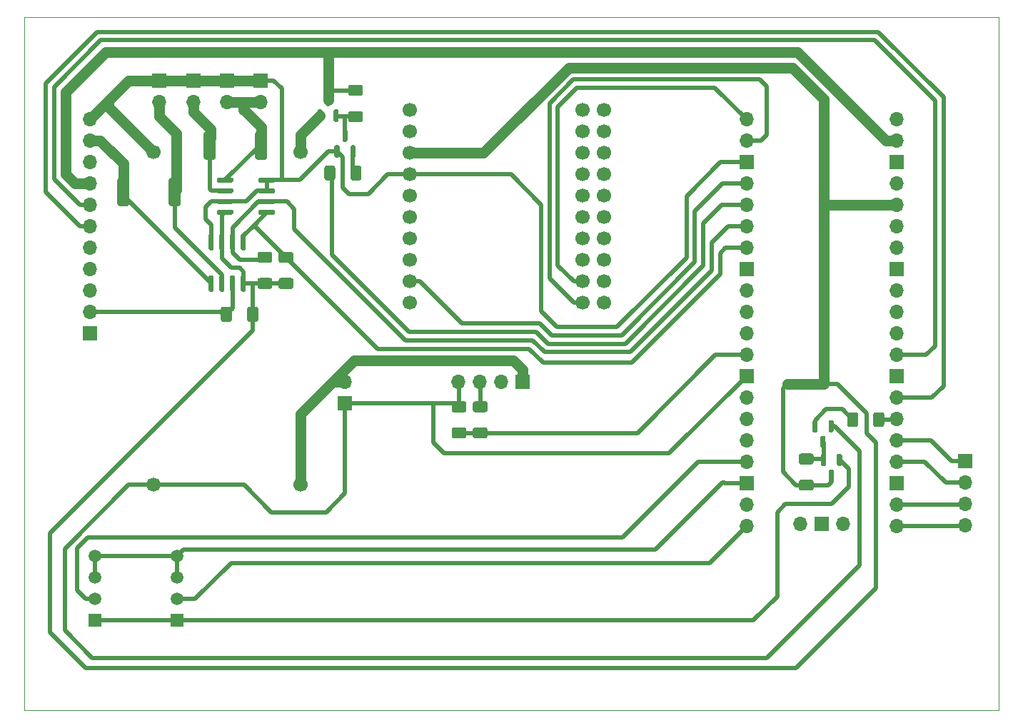
<source format=gbr>
%TF.GenerationSoftware,KiCad,Pcbnew,8.0.6*%
%TF.CreationDate,2024-11-01T15:23:12+01:00*%
%TF.ProjectId,Pollen PCB,506f6c6c-656e-4205-9043-422e6b696361,rev?*%
%TF.SameCoordinates,Original*%
%TF.FileFunction,Copper,L2,Bot*%
%TF.FilePolarity,Positive*%
%FSLAX46Y46*%
G04 Gerber Fmt 4.6, Leading zero omitted, Abs format (unit mm)*
G04 Created by KiCad (PCBNEW 8.0.6) date 2024-11-01 15:23:12*
%MOMM*%
%LPD*%
G01*
G04 APERTURE LIST*
%TA.AperFunction,ComponentPad*%
%ADD10R,1.500000X1.500000*%
%TD*%
%TA.AperFunction,ComponentPad*%
%ADD11C,1.500000*%
%TD*%
%TA.AperFunction,ComponentPad*%
%ADD12R,1.700000X1.700000*%
%TD*%
%TA.AperFunction,ComponentPad*%
%ADD13O,1.700000X1.700000*%
%TD*%
%TA.AperFunction,ComponentPad*%
%ADD14C,1.700000*%
%TD*%
%TA.AperFunction,Conductor*%
%ADD15C,0.500000*%
%TD*%
%TA.AperFunction,Conductor*%
%ADD16C,1.270000*%
%TD*%
%TA.AperFunction,Profile*%
%ADD17C,0.050000*%
%TD*%
G04 APERTURE END LIST*
D10*
%TO.P,U4,1,VDD*%
%TO.N,+3V3_SENSOR*%
X119350000Y-126060000D03*
D11*
%TO.P,U4,2,SDA*%
%TO.N,/DHT_1*%
X119350000Y-123520000D03*
%TO.P,U4,3,GND*%
%TO.N,GND*%
X119350000Y-120980000D03*
%TO.P,U4,4,GND*%
X119350000Y-118440000D03*
%TD*%
D12*
%TO.P,J3,1,V+*%
%TO.N,GND*%
X139000000Y-62000000D03*
D13*
%TO.P,J3,2,GND*%
%TO.N,/SOLAR_V+*%
X139000000Y-64540000D03*
%TD*%
D12*
%TO.P,J2,1,VBUS*%
%TO.N,unconnected-(J2-VBUS-Pad1)*%
X118750000Y-92000000D03*
D13*
%TO.P,J2,2,GND*%
%TO.N,GND*%
X118750000Y-89460000D03*
%TO.P,J2,3,THERM*%
%TO.N,unconnected-(J2-THERM-Pad3)*%
X118750000Y-86920000D03*
%TO.P,J2,4,ISET*%
%TO.N,unconnected-(J2-ISET-Pad4)*%
X118750000Y-84380000D03*
%TO.P,J2,5,CE*%
%TO.N,unconnected-(J2-CE-Pad5)*%
X118750000Y-81840000D03*
%TO.P,J2,6,PGOOD*%
%TO.N,/CHARGER_PGOOD*%
X118750000Y-79300000D03*
%TO.P,J2,7,CHG*%
%TO.N,/CHARGER_CHG*%
X118750000Y-76760000D03*
%TO.P,J2,8,OUT*%
%TO.N,+BATT*%
X118750000Y-74220000D03*
%TO.P,J2,9,GND*%
%TO.N,GND*%
X118750000Y-71680000D03*
%TO.P,J2,10,LIPO*%
%TO.N,/CHARGER_LIPO*%
X118750000Y-69140000D03*
%TO.P,J2,11,GND*%
%TO.N,GND*%
X118750000Y-66600000D03*
%TD*%
%TO.P,U2,1,GPIO0*%
%TO.N,/NB-IOT_RX*%
X196610000Y-66620000D03*
%TO.P,U2,2,GPIO1*%
%TO.N,/NB-IOT_TX*%
X196610000Y-69160000D03*
D12*
%TO.P,U2,3,GND*%
%TO.N,GND*%
X196610000Y-71700000D03*
D13*
%TO.P,U2,4,GPIO2*%
%TO.N,/NB-IOT_RST*%
X196610000Y-74240000D03*
%TO.P,U2,5,GPIO3*%
%TO.N,/5V_CONTROL*%
X196610000Y-76780000D03*
%TO.P,U2,6,GPIO4*%
%TO.N,/SDA*%
X196610000Y-79320000D03*
%TO.P,U2,7,GPIO5*%
%TO.N,/SCL*%
X196610000Y-81860000D03*
D12*
%TO.P,U2,8,GND*%
%TO.N,GND*%
X196610000Y-84400000D03*
D13*
%TO.P,U2,9,GPIO6*%
%TO.N,unconnected-(U2-GPIO6-Pad9)*%
X196610000Y-86940000D03*
%TO.P,U2,10,GPIO7*%
%TO.N,unconnected-(U2-GPIO7-Pad10)*%
X196610000Y-89480000D03*
%TO.P,U2,11,GPIO8*%
%TO.N,unconnected-(U2-GPIO8-Pad11)*%
X196610000Y-92020000D03*
%TO.P,U2,12,GPIO9*%
%TO.N,/GPS_TX*%
X196610000Y-94560000D03*
D12*
%TO.P,U2,13,GND*%
%TO.N,GND*%
X196610000Y-97100000D03*
D13*
%TO.P,U2,14,GPIO10*%
%TO.N,unconnected-(U2-GPIO10-Pad14)*%
X196610000Y-99640000D03*
%TO.P,U2,15,GPIO11*%
%TO.N,unconnected-(U2-GPIO11-Pad15)*%
X196610000Y-102180000D03*
%TO.P,U2,16,GPIO12*%
%TO.N,unconnected-(U2-GPIO12-Pad16)*%
X196610000Y-104720000D03*
%TO.P,U2,17,GPIO13*%
%TO.N,/DHT_1*%
X196610000Y-107260000D03*
D12*
%TO.P,U2,18,GND*%
%TO.N,GND*%
X196610000Y-109800000D03*
D13*
%TO.P,U2,19,GPIO14*%
%TO.N,unconnected-(U2-GPIO14-Pad19)*%
X196610000Y-112340000D03*
%TO.P,U2,20,GPIO15*%
%TO.N,/DHT_2*%
X196610000Y-114880000D03*
%TO.P,U2,21,GPIO16*%
%TO.N,/RPI_MISO*%
X214390000Y-114880000D03*
%TO.P,U2,22,GPIO17*%
%TO.N,/RPI_CS*%
X214390000Y-112340000D03*
D12*
%TO.P,U2,23,GND*%
%TO.N,GND*%
X214390000Y-109800000D03*
D13*
%TO.P,U2,24,GPIO18*%
%TO.N,/RPI_SCK*%
X214390000Y-107260000D03*
%TO.P,U2,25,GPIO19*%
%TO.N,/RPI_MOSI*%
X214390000Y-104720000D03*
%TO.P,U2,26,GPIO20*%
%TO.N,/3V3_SENSOR_CONTROL*%
X214390000Y-102180000D03*
%TO.P,U2,27,GPIO21*%
%TO.N,/CHARGER_PGOOD*%
X214390000Y-99640000D03*
D12*
%TO.P,U2,28,GND*%
%TO.N,GND*%
X214390000Y-97100000D03*
D13*
%TO.P,U2,29,GPIO22*%
%TO.N,/CHARGER_CHG*%
X214390000Y-94560000D03*
%TO.P,U2,30,RUN*%
%TO.N,unconnected-(U2-RUN-Pad30)*%
X214390000Y-92020000D03*
%TO.P,U2,31,GPIO26_ADC0*%
%TO.N,unconnected-(U2-GPIO26_ADC0-Pad31)*%
X214390000Y-89480000D03*
%TO.P,U2,32,GPIO27_ADC1*%
%TO.N,unconnected-(U2-GPIO27_ADC1-Pad32)*%
X214390000Y-86940000D03*
D12*
%TO.P,U2,33,AGND*%
%TO.N,unconnected-(U2-AGND-Pad33)*%
X214390000Y-84400000D03*
D13*
%TO.P,U2,34,GPIO28_ADC2*%
%TO.N,unconnected-(U2-GPIO28_ADC2-Pad34)*%
X214390000Y-81860000D03*
%TO.P,U2,35,ADC_VREF*%
%TO.N,unconnected-(U2-ADC_VREF-Pad35)*%
X214390000Y-79320000D03*
%TO.P,U2,36,3V3*%
%TO.N,+3V3*%
X214390000Y-76780000D03*
%TO.P,U2,37,3V3_EN*%
%TO.N,unconnected-(U2-3V3_EN-Pad37)*%
X214390000Y-74240000D03*
D12*
%TO.P,U2,38,GND*%
%TO.N,GND*%
X214390000Y-71700000D03*
D13*
%TO.P,U2,39,VSYS*%
%TO.N,+BATT*%
X214390000Y-69160000D03*
%TO.P,U2,40,VBUS*%
%TO.N,unconnected-(U2-VBUS-Pad40)*%
X214390000Y-66620000D03*
%TO.P,U2,41,SWCLK*%
%TO.N,unconnected-(U2-SWCLK-Pad41)*%
X202960000Y-114650000D03*
D12*
%TO.P,U2,42,GND*%
%TO.N,unconnected-(U2-GND-Pad42)*%
X205500000Y-114650000D03*
D13*
%TO.P,U2,43,SWDIO*%
%TO.N,unconnected-(U2-SWDIO-Pad43)*%
X208040000Y-114650000D03*
%TD*%
D12*
%TO.P,J7,1,V+*%
%TO.N,GND*%
X127000000Y-62000000D03*
D13*
%TO.P,J7,2,GND*%
%TO.N,/BATTERY+*%
X127000000Y-64540000D03*
%TD*%
D12*
%TO.P,J4,1,V+*%
%TO.N,GND*%
X135000000Y-62000000D03*
D13*
%TO.P,J4,2,GND*%
%TO.N,/SOLAR_V+*%
X135000000Y-64540000D03*
%TD*%
D12*
%TO.P,J8,1,GND*%
%TO.N,GND*%
X149000000Y-100290000D03*
D13*
%TO.P,J8,2,V+*%
%TO.N,+5V*%
X149000000Y-97750000D03*
%TD*%
D12*
%TO.P,J5,1,V+*%
%TO.N,GND*%
X131000000Y-62000000D03*
D13*
%TO.P,J5,2,GND*%
%TO.N,/CHARGER_V+*%
X131000000Y-64540000D03*
%TD*%
D14*
%TO.P,U1,1,Pin_1*%
%TO.N,unconnected-(U1-Pin_1-Pad1)*%
X156710000Y-65550000D03*
%TO.P,U1,2,Pin_2*%
%TO.N,unconnected-(U1-Pin_2-Pad2)*%
X156710000Y-68090000D03*
%TO.P,U1,3,VCC*%
%TO.N,+3V3*%
X156710000Y-70630000D03*
%TO.P,U1,4,GND*%
%TO.N,GND*%
X156710000Y-73170000D03*
%TO.P,U1,5,Pin_5*%
%TO.N,unconnected-(U1-Pin_5-Pad5)*%
X156710000Y-75710000D03*
%TO.P,U1,6,Pin_6*%
%TO.N,unconnected-(U1-Pin_6-Pad6)*%
X156710000Y-78250000D03*
%TO.P,U1,7,Pin_7*%
%TO.N,unconnected-(U1-Pin_7-Pad7)*%
X156710000Y-80790000D03*
%TO.P,U1,8,Pin_8*%
%TO.N,unconnected-(U1-Pin_8-Pad8)*%
X156710000Y-83330000D03*
%TO.P,U1,9,RST*%
%TO.N,/NB-IOT_RST*%
X156710000Y-85870000D03*
%TO.P,U1,10,Pin_10*%
%TO.N,unconnected-(U1-Pin_10-Pad10)*%
X156710000Y-88410000D03*
%TO.P,U1,11,Pin_11*%
%TO.N,unconnected-(U1-Pin_11-Pad11)*%
X177170000Y-65550000D03*
%TO.P,U1,12,Pin_12*%
%TO.N,unconnected-(U1-Pin_12-Pad12)*%
X177170000Y-68090000D03*
%TO.P,U1,13,Pin_13*%
%TO.N,unconnected-(U1-Pin_13-Pad13)*%
X177170000Y-70630000D03*
%TO.P,U1,14,Pin_14*%
%TO.N,unconnected-(U1-Pin_14-Pad14)*%
X177170000Y-73170000D03*
%TO.P,U1,15,Pin_15*%
%TO.N,unconnected-(U1-Pin_15-Pad15)*%
X177170000Y-75710000D03*
%TO.P,U1,16,Pin_16*%
%TO.N,unconnected-(U1-Pin_16-Pad16)*%
X177170000Y-78250000D03*
%TO.P,U1,17,Pin_17*%
%TO.N,unconnected-(U1-Pin_17-Pad17)*%
X177170000Y-80790000D03*
%TO.P,U1,18,Pin_18*%
%TO.N,unconnected-(U1-Pin_18-Pad18)*%
X177170000Y-83330000D03*
%TO.P,U1,19,RxD*%
%TO.N,/NB-IOT_RX*%
X177170000Y-85870000D03*
%TO.P,U1,20,TxD*%
%TO.N,/NB-IOT_TX*%
X177170000Y-88410000D03*
%TO.P,U1,21,Pin_21*%
%TO.N,unconnected-(U1-Pin_21-Pad21)*%
X179710000Y-65550000D03*
%TO.P,U1,22,Pin_22*%
%TO.N,unconnected-(U1-Pin_22-Pad22)*%
X179710000Y-68090000D03*
%TO.P,U1,23,Pin_23*%
%TO.N,unconnected-(U1-Pin_23-Pad23)*%
X179710000Y-70630000D03*
%TO.P,U1,24,Pin_24*%
%TO.N,unconnected-(U1-Pin_24-Pad24)*%
X179710000Y-73170000D03*
%TO.P,U1,25,Pin_25*%
%TO.N,unconnected-(U1-Pin_25-Pad25)*%
X179710000Y-75710000D03*
%TO.P,U1,26,Pin_26*%
%TO.N,unconnected-(U1-Pin_26-Pad26)*%
X179710000Y-78250000D03*
%TO.P,U1,27,Pin_27*%
%TO.N,unconnected-(U1-Pin_27-Pad27)*%
X179710000Y-80790000D03*
%TO.P,U1,28,Pin_28*%
%TO.N,unconnected-(U1-Pin_28-Pad28)*%
X179710000Y-83330000D03*
%TO.P,U1,29,Pin_29*%
%TO.N,unconnected-(U1-Pin_29-Pad29)*%
X179710000Y-85870000D03*
%TO.P,U1,30,Pin_30*%
%TO.N,unconnected-(U1-Pin_30-Pad30)*%
X179710000Y-88410000D03*
%TD*%
D12*
%TO.P,J1,1,VCC*%
%TO.N,+5V*%
X170080000Y-97750000D03*
D13*
%TO.P,J1,2,RX*%
%TO.N,unconnected-(J1-RX-Pad2)*%
X167540000Y-97750000D03*
%TO.P,J1,3,TX*%
%TO.N,Net-(J1-TX)*%
X165000000Y-97750000D03*
%TO.P,J1,4,GND*%
%TO.N,GND*%
X162460000Y-97750000D03*
%TD*%
D12*
%TO.P,J6,1,Pin_1*%
%TO.N,/RPI_MOSI*%
X222525000Y-107200000D03*
D13*
%TO.P,J6,2,Pin_2*%
%TO.N,/RPI_SCK*%
X222525000Y-109740000D03*
%TO.P,J6,3,Pin_3*%
%TO.N,/RPI_CS*%
X222525000Y-112280000D03*
%TO.P,J6,4,Pin_4*%
%TO.N,/RPI_MISO*%
X222525000Y-114820000D03*
%TD*%
D10*
%TO.P,U7,1,VDD*%
%TO.N,+3V3_SENSOR*%
X129100000Y-126060000D03*
D11*
%TO.P,U7,2,SDA*%
%TO.N,/DHT_2*%
X129100000Y-123520000D03*
%TO.P,U7,3,GND*%
%TO.N,GND*%
X129100000Y-120980000D03*
%TO.P,U7,4,GND*%
X129100000Y-118440000D03*
%TD*%
D14*
%TO.P,U3,1,VIN*%
%TO.N,Net-(Q1-S)*%
X143750000Y-70500000D03*
%TO.P,U3,2,GND*%
%TO.N,GND*%
X126250000Y-70500000D03*
%TO.P,U3,3,VOUT*%
%TO.N,+5V*%
X143750000Y-110000000D03*
%TO.P,U3,4,GND*%
%TO.N,GND*%
X126250000Y-110000000D03*
%TD*%
%TO.P,R9,1*%
%TO.N,Net-(J1-TX)*%
%TA.AperFunction,SMDPad,CuDef*%
G36*
G01*
X164405000Y-100075000D02*
X165655000Y-100075000D01*
G75*
G02*
X165905000Y-100325000I0J-250000D01*
G01*
X165905000Y-101125000D01*
G75*
G02*
X165655000Y-101375000I-250000J0D01*
G01*
X164405000Y-101375000D01*
G75*
G02*
X164155000Y-101125000I0J250000D01*
G01*
X164155000Y-100325000D01*
G75*
G02*
X164405000Y-100075000I250000J0D01*
G01*
G37*
%TD.AperFunction*%
%TO.P,R9,2*%
%TO.N,/GPS_TX*%
%TA.AperFunction,SMDPad,CuDef*%
G36*
G01*
X164405000Y-103175000D02*
X165655000Y-103175000D01*
G75*
G02*
X165905000Y-103425000I0J-250000D01*
G01*
X165905000Y-104225000D01*
G75*
G02*
X165655000Y-104475000I-250000J0D01*
G01*
X164405000Y-104475000D01*
G75*
G02*
X164155000Y-104225000I0J250000D01*
G01*
X164155000Y-103425000D01*
G75*
G02*
X164405000Y-103175000I250000J0D01*
G01*
G37*
%TD.AperFunction*%
%TD*%
%TO.P,Q4,1,G*%
%TO.N,Net-(Q3-C)*%
%TA.AperFunction,SMDPad,CuDef*%
G36*
G01*
X205600000Y-106300000D02*
X205900000Y-106300000D01*
G75*
G02*
X206050000Y-106450000I0J-150000D01*
G01*
X206050000Y-107625000D01*
G75*
G02*
X205900000Y-107775000I-150000J0D01*
G01*
X205600000Y-107775000D01*
G75*
G02*
X205450000Y-107625000I0J150000D01*
G01*
X205450000Y-106450000D01*
G75*
G02*
X205600000Y-106300000I150000J0D01*
G01*
G37*
%TD.AperFunction*%
%TO.P,Q4,2,S*%
%TO.N,+3V3_SENSOR*%
%TA.AperFunction,SMDPad,CuDef*%
G36*
G01*
X207500000Y-106300000D02*
X207800000Y-106300000D01*
G75*
G02*
X207950000Y-106450000I0J-150000D01*
G01*
X207950000Y-107625000D01*
G75*
G02*
X207800000Y-107775000I-150000J0D01*
G01*
X207500000Y-107775000D01*
G75*
G02*
X207350000Y-107625000I0J150000D01*
G01*
X207350000Y-106450000D01*
G75*
G02*
X207500000Y-106300000I150000J0D01*
G01*
G37*
%TD.AperFunction*%
%TO.P,Q4,3,D*%
%TO.N,+3V3*%
%TA.AperFunction,SMDPad,CuDef*%
G36*
G01*
X206550000Y-108175000D02*
X206850000Y-108175000D01*
G75*
G02*
X207000000Y-108325000I0J-150000D01*
G01*
X207000000Y-109500000D01*
G75*
G02*
X206850000Y-109650000I-150000J0D01*
G01*
X206550000Y-109650000D01*
G75*
G02*
X206400000Y-109500000I0J150000D01*
G01*
X206400000Y-108325000D01*
G75*
G02*
X206550000Y-108175000I150000J0D01*
G01*
G37*
%TD.AperFunction*%
%TD*%
%TO.P,Q1,1,G*%
%TO.N,Net-(Q1-G)*%
%TA.AperFunction,SMDPad,CuDef*%
G36*
G01*
X148100000Y-66925000D02*
X147800000Y-66925000D01*
G75*
G02*
X147650000Y-66775000I0J150000D01*
G01*
X147650000Y-65600000D01*
G75*
G02*
X147800000Y-65450000I150000J0D01*
G01*
X148100000Y-65450000D01*
G75*
G02*
X148250000Y-65600000I0J-150000D01*
G01*
X148250000Y-66775000D01*
G75*
G02*
X148100000Y-66925000I-150000J0D01*
G01*
G37*
%TD.AperFunction*%
%TO.P,Q1,2,S*%
%TO.N,Net-(Q1-S)*%
%TA.AperFunction,SMDPad,CuDef*%
G36*
G01*
X146200000Y-66925000D02*
X145900000Y-66925000D01*
G75*
G02*
X145750000Y-66775000I0J150000D01*
G01*
X145750000Y-65600000D01*
G75*
G02*
X145900000Y-65450000I150000J0D01*
G01*
X146200000Y-65450000D01*
G75*
G02*
X146350000Y-65600000I0J-150000D01*
G01*
X146350000Y-66775000D01*
G75*
G02*
X146200000Y-66925000I-150000J0D01*
G01*
G37*
%TD.AperFunction*%
%TO.P,Q1,3,D*%
%TO.N,+BATT*%
%TA.AperFunction,SMDPad,CuDef*%
G36*
G01*
X147150000Y-65050000D02*
X146850000Y-65050000D01*
G75*
G02*
X146700000Y-64900000I0J150000D01*
G01*
X146700000Y-63725000D01*
G75*
G02*
X146850000Y-63575000I150000J0D01*
G01*
X147150000Y-63575000D01*
G75*
G02*
X147300000Y-63725000I0J-150000D01*
G01*
X147300000Y-64900000D01*
G75*
G02*
X147150000Y-65050000I-150000J0D01*
G01*
G37*
%TD.AperFunction*%
%TD*%
%TO.P,R1,1*%
%TO.N,/SOLAR_V+*%
%TA.AperFunction,SMDPad,CuDef*%
G36*
G01*
X139750000Y-68324999D02*
X139750000Y-71175001D01*
G75*
G02*
X139500001Y-71425000I-249999J0D01*
G01*
X138599999Y-71425000D01*
G75*
G02*
X138350000Y-71175001I0J249999D01*
G01*
X138350000Y-68324999D01*
G75*
G02*
X138599999Y-68075000I249999J0D01*
G01*
X139500001Y-68075000D01*
G75*
G02*
X139750000Y-68324999I0J-249999D01*
G01*
G37*
%TD.AperFunction*%
%TO.P,R1,2*%
%TO.N,/CHARGER_V+*%
%TA.AperFunction,SMDPad,CuDef*%
G36*
G01*
X133650000Y-68324999D02*
X133650000Y-71175001D01*
G75*
G02*
X133400001Y-71425000I-249999J0D01*
G01*
X132499999Y-71425000D01*
G75*
G02*
X132250000Y-71175001I0J249999D01*
G01*
X132250000Y-68324999D01*
G75*
G02*
X132499999Y-68075000I249999J0D01*
G01*
X133400001Y-68075000D01*
G75*
G02*
X133650000Y-68324999I0J-249999D01*
G01*
G37*
%TD.AperFunction*%
%TD*%
%TO.P,C1,1*%
%TO.N,+3V3*%
%TA.AperFunction,SMDPad,CuDef*%
G36*
G01*
X138725000Y-89100000D02*
X138725000Y-90400000D01*
G75*
G02*
X138475000Y-90650000I-250000J0D01*
G01*
X137650000Y-90650000D01*
G75*
G02*
X137400000Y-90400000I0J250000D01*
G01*
X137400000Y-89100000D01*
G75*
G02*
X137650000Y-88850000I250000J0D01*
G01*
X138475000Y-88850000D01*
G75*
G02*
X138725000Y-89100000I0J-250000D01*
G01*
G37*
%TD.AperFunction*%
%TO.P,C1,2*%
%TO.N,GND*%
%TA.AperFunction,SMDPad,CuDef*%
G36*
G01*
X135600000Y-89100000D02*
X135600000Y-90400000D01*
G75*
G02*
X135350000Y-90650000I-250000J0D01*
G01*
X134525000Y-90650000D01*
G75*
G02*
X134275000Y-90400000I0J250000D01*
G01*
X134275000Y-89100000D01*
G75*
G02*
X134525000Y-88850000I250000J0D01*
G01*
X135350000Y-88850000D01*
G75*
G02*
X135600000Y-89100000I0J-250000D01*
G01*
G37*
%TD.AperFunction*%
%TD*%
%TO.P,R7,1*%
%TO.N,/3V3_SENSOR_CONTROL*%
%TA.AperFunction,SMDPad,CuDef*%
G36*
G01*
X212950000Y-101625000D02*
X212950000Y-102875000D01*
G75*
G02*
X212700000Y-103125000I-250000J0D01*
G01*
X211900000Y-103125000D01*
G75*
G02*
X211650000Y-102875000I0J250000D01*
G01*
X211650000Y-101625000D01*
G75*
G02*
X211900000Y-101375000I250000J0D01*
G01*
X212700000Y-101375000D01*
G75*
G02*
X212950000Y-101625000I0J-250000D01*
G01*
G37*
%TD.AperFunction*%
%TO.P,R7,2*%
%TO.N,Net-(Q3-B)*%
%TA.AperFunction,SMDPad,CuDef*%
G36*
G01*
X209850000Y-101625000D02*
X209850000Y-102875000D01*
G75*
G02*
X209600000Y-103125000I-250000J0D01*
G01*
X208800000Y-103125000D01*
G75*
G02*
X208550000Y-102875000I0J250000D01*
G01*
X208550000Y-101625000D01*
G75*
G02*
X208800000Y-101375000I250000J0D01*
G01*
X209600000Y-101375000D01*
G75*
G02*
X209850000Y-101625000I0J-250000D01*
G01*
G37*
%TD.AperFunction*%
%TD*%
%TO.P,Q2,1,B*%
%TO.N,Net-(Q2-B)*%
%TA.AperFunction,SMDPad,CuDef*%
G36*
G01*
X150100000Y-71175000D02*
X149800000Y-71175000D01*
G75*
G02*
X149650000Y-71025000I0J150000D01*
G01*
X149650000Y-69850000D01*
G75*
G02*
X149800000Y-69700000I150000J0D01*
G01*
X150100000Y-69700000D01*
G75*
G02*
X150250000Y-69850000I0J-150000D01*
G01*
X150250000Y-71025000D01*
G75*
G02*
X150100000Y-71175000I-150000J0D01*
G01*
G37*
%TD.AperFunction*%
%TO.P,Q2,2,E*%
%TO.N,GND*%
%TA.AperFunction,SMDPad,CuDef*%
G36*
G01*
X148200000Y-71175000D02*
X147900000Y-71175000D01*
G75*
G02*
X147750000Y-71025000I0J150000D01*
G01*
X147750000Y-69850000D01*
G75*
G02*
X147900000Y-69700000I150000J0D01*
G01*
X148200000Y-69700000D01*
G75*
G02*
X148350000Y-69850000I0J-150000D01*
G01*
X148350000Y-71025000D01*
G75*
G02*
X148200000Y-71175000I-150000J0D01*
G01*
G37*
%TD.AperFunction*%
%TO.P,Q2,3,C*%
%TO.N,Net-(Q1-G)*%
%TA.AperFunction,SMDPad,CuDef*%
G36*
G01*
X149150000Y-69300000D02*
X148850000Y-69300000D01*
G75*
G02*
X148700000Y-69150000I0J150000D01*
G01*
X148700000Y-67975000D01*
G75*
G02*
X148850000Y-67825000I150000J0D01*
G01*
X149150000Y-67825000D01*
G75*
G02*
X149300000Y-67975000I0J-150000D01*
G01*
X149300000Y-69150000D01*
G75*
G02*
X149150000Y-69300000I-150000J0D01*
G01*
G37*
%TD.AperFunction*%
%TD*%
%TO.P,R3,1*%
%TO.N,+3V3*%
%TA.AperFunction,SMDPad,CuDef*%
G36*
G01*
X140125000Y-86750000D02*
X138875000Y-86750000D01*
G75*
G02*
X138625000Y-86500000I0J250000D01*
G01*
X138625000Y-85700000D01*
G75*
G02*
X138875000Y-85450000I250000J0D01*
G01*
X140125000Y-85450000D01*
G75*
G02*
X140375000Y-85700000I0J-250000D01*
G01*
X140375000Y-86500000D01*
G75*
G02*
X140125000Y-86750000I-250000J0D01*
G01*
G37*
%TD.AperFunction*%
%TO.P,R3,2*%
%TO.N,/SDA*%
%TA.AperFunction,SMDPad,CuDef*%
G36*
G01*
X140125000Y-83650000D02*
X138875000Y-83650000D01*
G75*
G02*
X138625000Y-83400000I0J250000D01*
G01*
X138625000Y-82600000D01*
G75*
G02*
X138875000Y-82350000I250000J0D01*
G01*
X140125000Y-82350000D01*
G75*
G02*
X140375000Y-82600000I0J-250000D01*
G01*
X140375000Y-83400000D01*
G75*
G02*
X140125000Y-83650000I-250000J0D01*
G01*
G37*
%TD.AperFunction*%
%TD*%
%TO.P,R10,1*%
%TO.N,/GPS_TX*%
%TA.AperFunction,SMDPad,CuDef*%
G36*
G01*
X163155000Y-104475000D02*
X161905000Y-104475000D01*
G75*
G02*
X161655000Y-104225000I0J250000D01*
G01*
X161655000Y-103425000D01*
G75*
G02*
X161905000Y-103175000I250000J0D01*
G01*
X163155000Y-103175000D01*
G75*
G02*
X163405000Y-103425000I0J-250000D01*
G01*
X163405000Y-104225000D01*
G75*
G02*
X163155000Y-104475000I-250000J0D01*
G01*
G37*
%TD.AperFunction*%
%TO.P,R10,2*%
%TO.N,GND*%
%TA.AperFunction,SMDPad,CuDef*%
G36*
G01*
X163155000Y-101375000D02*
X161905000Y-101375000D01*
G75*
G02*
X161655000Y-101125000I0J250000D01*
G01*
X161655000Y-100325000D01*
G75*
G02*
X161905000Y-100075000I250000J0D01*
G01*
X163155000Y-100075000D01*
G75*
G02*
X163405000Y-100325000I0J-250000D01*
G01*
X163405000Y-101125000D01*
G75*
G02*
X163155000Y-101375000I-250000J0D01*
G01*
G37*
%TD.AperFunction*%
%TD*%
%TO.P,R8,1*%
%TO.N,+3V3*%
%TA.AperFunction,SMDPad,CuDef*%
G36*
G01*
X204325000Y-110675000D02*
X203075000Y-110675000D01*
G75*
G02*
X202825000Y-110425000I0J250000D01*
G01*
X202825000Y-109625000D01*
G75*
G02*
X203075000Y-109375000I250000J0D01*
G01*
X204325000Y-109375000D01*
G75*
G02*
X204575000Y-109625000I0J-250000D01*
G01*
X204575000Y-110425000D01*
G75*
G02*
X204325000Y-110675000I-250000J0D01*
G01*
G37*
%TD.AperFunction*%
%TO.P,R8,2*%
%TO.N,Net-(Q3-C)*%
%TA.AperFunction,SMDPad,CuDef*%
G36*
G01*
X204325000Y-107575000D02*
X203075000Y-107575000D01*
G75*
G02*
X202825000Y-107325000I0J250000D01*
G01*
X202825000Y-106525000D01*
G75*
G02*
X203075000Y-106275000I250000J0D01*
G01*
X204325000Y-106275000D01*
G75*
G02*
X204575000Y-106525000I0J-250000D01*
G01*
X204575000Y-107325000D01*
G75*
G02*
X204325000Y-107575000I-250000J0D01*
G01*
G37*
%TD.AperFunction*%
%TD*%
%TO.P,R2,1*%
%TO.N,/CHARGER_LIPO*%
%TA.AperFunction,SMDPad,CuDef*%
G36*
G01*
X122000000Y-76675001D02*
X122000000Y-73824999D01*
G75*
G02*
X122249999Y-73575000I249999J0D01*
G01*
X123150001Y-73575000D01*
G75*
G02*
X123400000Y-73824999I0J-249999D01*
G01*
X123400000Y-76675001D01*
G75*
G02*
X123150001Y-76925000I-249999J0D01*
G01*
X122249999Y-76925000D01*
G75*
G02*
X122000000Y-76675001I0J249999D01*
G01*
G37*
%TD.AperFunction*%
%TO.P,R2,2*%
%TO.N,/BATTERY+*%
%TA.AperFunction,SMDPad,CuDef*%
G36*
G01*
X128100000Y-76675001D02*
X128100000Y-73824999D01*
G75*
G02*
X128349999Y-73575000I249999J0D01*
G01*
X129250001Y-73575000D01*
G75*
G02*
X129500000Y-73824999I0J-249999D01*
G01*
X129500000Y-76675001D01*
G75*
G02*
X129250001Y-76925000I-249999J0D01*
G01*
X128349999Y-76925000D01*
G75*
G02*
X128100000Y-76675001I0J249999D01*
G01*
G37*
%TD.AperFunction*%
%TD*%
%TO.P,R6,1*%
%TO.N,/5V_CONTROL*%
%TA.AperFunction,SMDPad,CuDef*%
G36*
G01*
X146550000Y-73625000D02*
X146550000Y-72375000D01*
G75*
G02*
X146800000Y-72125000I250000J0D01*
G01*
X147600000Y-72125000D01*
G75*
G02*
X147850000Y-72375000I0J-250000D01*
G01*
X147850000Y-73625000D01*
G75*
G02*
X147600000Y-73875000I-250000J0D01*
G01*
X146800000Y-73875000D01*
G75*
G02*
X146550000Y-73625000I0J250000D01*
G01*
G37*
%TD.AperFunction*%
%TO.P,R6,2*%
%TO.N,Net-(Q2-B)*%
%TA.AperFunction,SMDPad,CuDef*%
G36*
G01*
X149650000Y-73625000D02*
X149650000Y-72375000D01*
G75*
G02*
X149900000Y-72125000I250000J0D01*
G01*
X150700000Y-72125000D01*
G75*
G02*
X150950000Y-72375000I0J-250000D01*
G01*
X150950000Y-73625000D01*
G75*
G02*
X150700000Y-73875000I-250000J0D01*
G01*
X149900000Y-73875000D01*
G75*
G02*
X149650000Y-73625000I0J250000D01*
G01*
G37*
%TD.AperFunction*%
%TD*%
%TO.P,Q3,1,B*%
%TO.N,Net-(Q3-B)*%
%TA.AperFunction,SMDPad,CuDef*%
G36*
G01*
X204600000Y-102300000D02*
X204900000Y-102300000D01*
G75*
G02*
X205050000Y-102450000I0J-150000D01*
G01*
X205050000Y-103625000D01*
G75*
G02*
X204900000Y-103775000I-150000J0D01*
G01*
X204600000Y-103775000D01*
G75*
G02*
X204450000Y-103625000I0J150000D01*
G01*
X204450000Y-102450000D01*
G75*
G02*
X204600000Y-102300000I150000J0D01*
G01*
G37*
%TD.AperFunction*%
%TO.P,Q3,2,E*%
%TO.N,GND*%
%TA.AperFunction,SMDPad,CuDef*%
G36*
G01*
X206500000Y-102300000D02*
X206800000Y-102300000D01*
G75*
G02*
X206950000Y-102450000I0J-150000D01*
G01*
X206950000Y-103625000D01*
G75*
G02*
X206800000Y-103775000I-150000J0D01*
G01*
X206500000Y-103775000D01*
G75*
G02*
X206350000Y-103625000I0J150000D01*
G01*
X206350000Y-102450000D01*
G75*
G02*
X206500000Y-102300000I150000J0D01*
G01*
G37*
%TD.AperFunction*%
%TO.P,Q3,3,C*%
%TO.N,Net-(Q3-C)*%
%TA.AperFunction,SMDPad,CuDef*%
G36*
G01*
X205550000Y-104175000D02*
X205850000Y-104175000D01*
G75*
G02*
X206000000Y-104325000I0J-150000D01*
G01*
X206000000Y-105500000D01*
G75*
G02*
X205850000Y-105650000I-150000J0D01*
G01*
X205550000Y-105650000D01*
G75*
G02*
X205400000Y-105500000I0J150000D01*
G01*
X205400000Y-104325000D01*
G75*
G02*
X205550000Y-104175000I150000J0D01*
G01*
G37*
%TD.AperFunction*%
%TD*%
%TO.P,U6,1,A1*%
%TO.N,GND*%
%TA.AperFunction,SMDPad,CuDef*%
G36*
G01*
X132980000Y-80200000D02*
X133280000Y-80200000D01*
G75*
G02*
X133430000Y-80350000I0J-150000D01*
G01*
X133430000Y-82000000D01*
G75*
G02*
X133280000Y-82150000I-150000J0D01*
G01*
X132980000Y-82150000D01*
G75*
G02*
X132830000Y-82000000I0J150000D01*
G01*
X132830000Y-80350000D01*
G75*
G02*
X132980000Y-80200000I150000J0D01*
G01*
G37*
%TD.AperFunction*%
%TO.P,U6,2,A0*%
%TO.N,+3V3*%
%TA.AperFunction,SMDPad,CuDef*%
G36*
G01*
X134250000Y-80200000D02*
X134550000Y-80200000D01*
G75*
G02*
X134700000Y-80350000I0J-150000D01*
G01*
X134700000Y-82000000D01*
G75*
G02*
X134550000Y-82150000I-150000J0D01*
G01*
X134250000Y-82150000D01*
G75*
G02*
X134100000Y-82000000I0J150000D01*
G01*
X134100000Y-80350000D01*
G75*
G02*
X134250000Y-80200000I150000J0D01*
G01*
G37*
%TD.AperFunction*%
%TO.P,U6,3,SDA*%
%TO.N,/SDA*%
%TA.AperFunction,SMDPad,CuDef*%
G36*
G01*
X135520000Y-80200000D02*
X135820000Y-80200000D01*
G75*
G02*
X135970000Y-80350000I0J-150000D01*
G01*
X135970000Y-82000000D01*
G75*
G02*
X135820000Y-82150000I-150000J0D01*
G01*
X135520000Y-82150000D01*
G75*
G02*
X135370000Y-82000000I0J150000D01*
G01*
X135370000Y-80350000D01*
G75*
G02*
X135520000Y-80200000I150000J0D01*
G01*
G37*
%TD.AperFunction*%
%TO.P,U6,4,SCL*%
%TO.N,/SCL*%
%TA.AperFunction,SMDPad,CuDef*%
G36*
G01*
X136790000Y-80200000D02*
X137090000Y-80200000D01*
G75*
G02*
X137240000Y-80350000I0J-150000D01*
G01*
X137240000Y-82000000D01*
G75*
G02*
X137090000Y-82150000I-150000J0D01*
G01*
X136790000Y-82150000D01*
G75*
G02*
X136640000Y-82000000I0J150000D01*
G01*
X136640000Y-80350000D01*
G75*
G02*
X136790000Y-80200000I150000J0D01*
G01*
G37*
%TD.AperFunction*%
%TO.P,U6,5,VS*%
%TO.N,+3V3*%
%TA.AperFunction,SMDPad,CuDef*%
G36*
G01*
X136790000Y-85150000D02*
X137090000Y-85150000D01*
G75*
G02*
X137240000Y-85300000I0J-150000D01*
G01*
X137240000Y-86950000D01*
G75*
G02*
X137090000Y-87100000I-150000J0D01*
G01*
X136790000Y-87100000D01*
G75*
G02*
X136640000Y-86950000I0J150000D01*
G01*
X136640000Y-85300000D01*
G75*
G02*
X136790000Y-85150000I150000J0D01*
G01*
G37*
%TD.AperFunction*%
%TO.P,U6,6,GND*%
%TO.N,GND*%
%TA.AperFunction,SMDPad,CuDef*%
G36*
G01*
X135520000Y-85150000D02*
X135820000Y-85150000D01*
G75*
G02*
X135970000Y-85300000I0J-150000D01*
G01*
X135970000Y-86950000D01*
G75*
G02*
X135820000Y-87100000I-150000J0D01*
G01*
X135520000Y-87100000D01*
G75*
G02*
X135370000Y-86950000I0J150000D01*
G01*
X135370000Y-85300000D01*
G75*
G02*
X135520000Y-85150000I150000J0D01*
G01*
G37*
%TD.AperFunction*%
%TO.P,U6,7,IN-*%
%TO.N,/BATTERY+*%
%TA.AperFunction,SMDPad,CuDef*%
G36*
G01*
X134250000Y-85150000D02*
X134550000Y-85150000D01*
G75*
G02*
X134700000Y-85300000I0J-150000D01*
G01*
X134700000Y-86950000D01*
G75*
G02*
X134550000Y-87100000I-150000J0D01*
G01*
X134250000Y-87100000D01*
G75*
G02*
X134100000Y-86950000I0J150000D01*
G01*
X134100000Y-85300000D01*
G75*
G02*
X134250000Y-85150000I150000J0D01*
G01*
G37*
%TD.AperFunction*%
%TO.P,U6,8,IN+*%
%TO.N,/CHARGER_LIPO*%
%TA.AperFunction,SMDPad,CuDef*%
G36*
G01*
X132980000Y-85150000D02*
X133280000Y-85150000D01*
G75*
G02*
X133430000Y-85300000I0J-150000D01*
G01*
X133430000Y-86950000D01*
G75*
G02*
X133280000Y-87100000I-150000J0D01*
G01*
X132980000Y-87100000D01*
G75*
G02*
X132830000Y-86950000I0J150000D01*
G01*
X132830000Y-85300000D01*
G75*
G02*
X132980000Y-85150000I150000J0D01*
G01*
G37*
%TD.AperFunction*%
%TD*%
%TO.P,R4,1*%
%TO.N,+3V3*%
%TA.AperFunction,SMDPad,CuDef*%
G36*
G01*
X142625000Y-86750000D02*
X141375000Y-86750000D01*
G75*
G02*
X141125000Y-86500000I0J250000D01*
G01*
X141125000Y-85700000D01*
G75*
G02*
X141375000Y-85450000I250000J0D01*
G01*
X142625000Y-85450000D01*
G75*
G02*
X142875000Y-85700000I0J-250000D01*
G01*
X142875000Y-86500000D01*
G75*
G02*
X142625000Y-86750000I-250000J0D01*
G01*
G37*
%TD.AperFunction*%
%TO.P,R4,2*%
%TO.N,/SCL*%
%TA.AperFunction,SMDPad,CuDef*%
G36*
G01*
X142625000Y-83650000D02*
X141375000Y-83650000D01*
G75*
G02*
X141125000Y-83400000I0J250000D01*
G01*
X141125000Y-82600000D01*
G75*
G02*
X141375000Y-82350000I250000J0D01*
G01*
X142625000Y-82350000D01*
G75*
G02*
X142875000Y-82600000I0J-250000D01*
G01*
X142875000Y-83400000D01*
G75*
G02*
X142625000Y-83650000I-250000J0D01*
G01*
G37*
%TD.AperFunction*%
%TD*%
%TO.P,R5,1*%
%TO.N,+BATT*%
%TA.AperFunction,SMDPad,CuDef*%
G36*
G01*
X149625000Y-62550000D02*
X150875000Y-62550000D01*
G75*
G02*
X151125000Y-62800000I0J-250000D01*
G01*
X151125000Y-63600000D01*
G75*
G02*
X150875000Y-63850000I-250000J0D01*
G01*
X149625000Y-63850000D01*
G75*
G02*
X149375000Y-63600000I0J250000D01*
G01*
X149375000Y-62800000D01*
G75*
G02*
X149625000Y-62550000I250000J0D01*
G01*
G37*
%TD.AperFunction*%
%TO.P,R5,2*%
%TO.N,Net-(Q1-G)*%
%TA.AperFunction,SMDPad,CuDef*%
G36*
G01*
X149625000Y-65650000D02*
X150875000Y-65650000D01*
G75*
G02*
X151125000Y-65900000I0J-250000D01*
G01*
X151125000Y-66700000D01*
G75*
G02*
X150875000Y-66950000I-250000J0D01*
G01*
X149625000Y-66950000D01*
G75*
G02*
X149375000Y-66700000I0J250000D01*
G01*
X149375000Y-65900000D01*
G75*
G02*
X149625000Y-65650000I250000J0D01*
G01*
G37*
%TD.AperFunction*%
%TD*%
%TO.P,U5,1,A1*%
%TO.N,GND*%
%TA.AperFunction,SMDPad,CuDef*%
G36*
G01*
X140700000Y-73695000D02*
X140700000Y-73995000D01*
G75*
G02*
X140550000Y-74145000I-150000J0D01*
G01*
X138900000Y-74145000D01*
G75*
G02*
X138750000Y-73995000I0J150000D01*
G01*
X138750000Y-73695000D01*
G75*
G02*
X138900000Y-73545000I150000J0D01*
G01*
X140550000Y-73545000D01*
G75*
G02*
X140700000Y-73695000I0J-150000D01*
G01*
G37*
%TD.AperFunction*%
%TO.P,U5,2,A0*%
%TA.AperFunction,SMDPad,CuDef*%
G36*
G01*
X140700000Y-74965000D02*
X140700000Y-75265000D01*
G75*
G02*
X140550000Y-75415000I-150000J0D01*
G01*
X138900000Y-75415000D01*
G75*
G02*
X138750000Y-75265000I0J150000D01*
G01*
X138750000Y-74965000D01*
G75*
G02*
X138900000Y-74815000I150000J0D01*
G01*
X140550000Y-74815000D01*
G75*
G02*
X140700000Y-74965000I0J-150000D01*
G01*
G37*
%TD.AperFunction*%
%TO.P,U5,3,SDA*%
%TO.N,/SDA*%
%TA.AperFunction,SMDPad,CuDef*%
G36*
G01*
X140700000Y-76235000D02*
X140700000Y-76535000D01*
G75*
G02*
X140550000Y-76685000I-150000J0D01*
G01*
X138900000Y-76685000D01*
G75*
G02*
X138750000Y-76535000I0J150000D01*
G01*
X138750000Y-76235000D01*
G75*
G02*
X138900000Y-76085000I150000J0D01*
G01*
X140550000Y-76085000D01*
G75*
G02*
X140700000Y-76235000I0J-150000D01*
G01*
G37*
%TD.AperFunction*%
%TO.P,U5,4,SCL*%
%TO.N,/SCL*%
%TA.AperFunction,SMDPad,CuDef*%
G36*
G01*
X140700000Y-77505000D02*
X140700000Y-77805000D01*
G75*
G02*
X140550000Y-77955000I-150000J0D01*
G01*
X138900000Y-77955000D01*
G75*
G02*
X138750000Y-77805000I0J150000D01*
G01*
X138750000Y-77505000D01*
G75*
G02*
X138900000Y-77355000I150000J0D01*
G01*
X140550000Y-77355000D01*
G75*
G02*
X140700000Y-77505000I0J-150000D01*
G01*
G37*
%TD.AperFunction*%
%TO.P,U5,5,VS*%
%TO.N,+3V3*%
%TA.AperFunction,SMDPad,CuDef*%
G36*
G01*
X135750000Y-77505000D02*
X135750000Y-77805000D01*
G75*
G02*
X135600000Y-77955000I-150000J0D01*
G01*
X133950000Y-77955000D01*
G75*
G02*
X133800000Y-77805000I0J150000D01*
G01*
X133800000Y-77505000D01*
G75*
G02*
X133950000Y-77355000I150000J0D01*
G01*
X135600000Y-77355000D01*
G75*
G02*
X135750000Y-77505000I0J-150000D01*
G01*
G37*
%TD.AperFunction*%
%TO.P,U5,6,GND*%
%TO.N,GND*%
%TA.AperFunction,SMDPad,CuDef*%
G36*
G01*
X135750000Y-76235000D02*
X135750000Y-76535000D01*
G75*
G02*
X135600000Y-76685000I-150000J0D01*
G01*
X133950000Y-76685000D01*
G75*
G02*
X133800000Y-76535000I0J150000D01*
G01*
X133800000Y-76235000D01*
G75*
G02*
X133950000Y-76085000I150000J0D01*
G01*
X135600000Y-76085000D01*
G75*
G02*
X135750000Y-76235000I0J-150000D01*
G01*
G37*
%TD.AperFunction*%
%TO.P,U5,7,IN-*%
%TO.N,/CHARGER_V+*%
%TA.AperFunction,SMDPad,CuDef*%
G36*
G01*
X135750000Y-74965000D02*
X135750000Y-75265000D01*
G75*
G02*
X135600000Y-75415000I-150000J0D01*
G01*
X133950000Y-75415000D01*
G75*
G02*
X133800000Y-75265000I0J150000D01*
G01*
X133800000Y-74965000D01*
G75*
G02*
X133950000Y-74815000I150000J0D01*
G01*
X135600000Y-74815000D01*
G75*
G02*
X135750000Y-74965000I0J-150000D01*
G01*
G37*
%TD.AperFunction*%
%TO.P,U5,8,IN+*%
%TO.N,/SOLAR_V+*%
%TA.AperFunction,SMDPad,CuDef*%
G36*
G01*
X135750000Y-73695000D02*
X135750000Y-73995000D01*
G75*
G02*
X135600000Y-74145000I-150000J0D01*
G01*
X133950000Y-74145000D01*
G75*
G02*
X133800000Y-73995000I0J150000D01*
G01*
X133800000Y-73695000D01*
G75*
G02*
X133950000Y-73545000I150000J0D01*
G01*
X135600000Y-73545000D01*
G75*
G02*
X135750000Y-73695000I0J-150000D01*
G01*
G37*
%TD.AperFunction*%
%TD*%
D15*
%TO.N,+3V3*%
X205750000Y-98000000D02*
X207396142Y-98000000D01*
X210900000Y-103900000D02*
X212000000Y-105000000D01*
X138062500Y-91687500D02*
X138062500Y-89750000D01*
X210900000Y-101503858D02*
X210900000Y-103900000D01*
X212000000Y-105000000D02*
X212000000Y-122250000D01*
X207396142Y-98000000D02*
X210900000Y-101503858D01*
X212000000Y-122250000D02*
X202500000Y-131750000D01*
X202500000Y-131750000D02*
X118250000Y-131750000D01*
X118250000Y-131750000D02*
X114000000Y-127500000D01*
X114000000Y-127500000D02*
X114000000Y-115750000D01*
X114000000Y-115750000D02*
X138062500Y-91687500D01*
%TO.N,GND*%
X126250000Y-110000000D02*
X123335786Y-110000000D01*
X199000000Y-130500000D02*
X210000000Y-119500000D01*
X123335786Y-110000000D02*
X115750000Y-117585786D01*
X115750000Y-127250000D02*
X119000000Y-130500000D01*
X119000000Y-130500000D02*
X199000000Y-130500000D01*
X115750000Y-117585786D02*
X115750000Y-127250000D01*
X210000000Y-119500000D02*
X210000000Y-106000000D01*
X210000000Y-106000000D02*
X207037500Y-103037500D01*
X207037500Y-103037500D02*
X206650000Y-103037500D01*
X141500000Y-73595000D02*
X141500000Y-63000000D01*
X141500000Y-63000000D02*
X140500000Y-62000000D01*
X140500000Y-62000000D02*
X139000000Y-62000000D01*
X141250000Y-73845000D02*
X143655000Y-73845000D01*
X139725000Y-73845000D02*
X141250000Y-73845000D01*
D16*
%TO.N,/SOLAR_V+*%
X137025000Y-65550000D02*
X139050000Y-67575000D01*
X139050000Y-67575000D02*
X139050000Y-69750000D01*
%TO.N,/CHARGER_V+*%
X131000000Y-64540000D02*
X131000000Y-65750000D01*
X131000000Y-65750000D02*
X133025000Y-67775000D01*
X133025000Y-67775000D02*
X133025000Y-68825000D01*
%TO.N,GND*%
X120925000Y-64425000D02*
X118750000Y-66600000D01*
X123350000Y-62000000D02*
X120925000Y-64425000D01*
X120925000Y-64425000D02*
X120925000Y-65175000D01*
X120925000Y-65175000D02*
X126250000Y-70500000D01*
X127000000Y-62000000D02*
X123350000Y-62000000D01*
%TO.N,/BATTERY+*%
X127000000Y-66250000D02*
X127000000Y-64540000D01*
X127000000Y-66250000D02*
X129025000Y-68275000D01*
X129025000Y-68275000D02*
X129025000Y-75025000D01*
X129025000Y-75025000D02*
X128800000Y-75250000D01*
D15*
%TO.N,GND*%
X168670000Y-73170000D02*
X172250000Y-76750000D01*
X172250000Y-76750000D02*
X172250000Y-89375000D01*
X156710000Y-73170000D02*
X168670000Y-73170000D01*
X193550000Y-71700000D02*
X196610000Y-71700000D01*
X172250000Y-89375000D02*
X174125000Y-91250000D01*
X174125000Y-91250000D02*
X181250000Y-91250000D01*
X181250000Y-91250000D02*
X189500000Y-83000000D01*
X189500000Y-83000000D02*
X189500000Y-75750000D01*
X189500000Y-75750000D02*
X193550000Y-71700000D01*
X134937500Y-89750000D02*
X134500000Y-89750000D01*
X134500000Y-89750000D02*
X134210000Y-89460000D01*
X134210000Y-89460000D02*
X118750000Y-89460000D01*
X135670000Y-86125000D02*
X135670000Y-89017500D01*
X135670000Y-89017500D02*
X134937500Y-89750000D01*
X196610000Y-97100000D02*
X187460000Y-106250000D01*
X187460000Y-106250000D02*
X160750000Y-106250000D01*
X159500000Y-105000000D02*
X159500000Y-100290000D01*
X160750000Y-106250000D02*
X159500000Y-105000000D01*
X149000000Y-100290000D02*
X159500000Y-100290000D01*
X159500000Y-100290000D02*
X162095000Y-100290000D01*
%TO.N,/GPS_TX*%
X165030000Y-103825000D02*
X183675000Y-103825000D01*
X183675000Y-103825000D02*
X192940000Y-94560000D01*
X192940000Y-94560000D02*
X196610000Y-94560000D01*
%TO.N,GND*%
X162095000Y-100290000D02*
X162530000Y-100725000D01*
X126250000Y-110000000D02*
X137000000Y-110000000D01*
X146750000Y-113250000D02*
X149000000Y-111000000D01*
X137000000Y-110000000D02*
X140250000Y-113250000D01*
X140250000Y-113250000D02*
X146750000Y-113250000D01*
X149000000Y-111000000D02*
X149000000Y-100290000D01*
X185810000Y-117690000D02*
X193750000Y-109750000D01*
X194000000Y-109750000D02*
X194050000Y-109800000D01*
X129850000Y-117690000D02*
X185810000Y-117690000D01*
X129100000Y-118440000D02*
X129850000Y-117690000D01*
X193750000Y-109750000D02*
X194000000Y-109750000D01*
X194050000Y-109800000D02*
X196610000Y-109800000D01*
X129100000Y-120980000D02*
X129100000Y-118440000D01*
X119350000Y-118440000D02*
X129100000Y-118440000D01*
X119350000Y-120980000D02*
X119350000Y-118440000D01*
X148050000Y-70437500D02*
X148750000Y-71137500D01*
X148750000Y-74750000D02*
X149500000Y-75500000D01*
X148750000Y-71137500D02*
X148750000Y-74750000D01*
X151750000Y-75500000D02*
X154080000Y-73170000D01*
X149500000Y-75500000D02*
X151750000Y-75500000D01*
X154080000Y-73170000D02*
X156710000Y-73170000D01*
X143655000Y-73845000D02*
X147062500Y-70437500D01*
X147062500Y-70437500D02*
X148050000Y-70437500D01*
X139725000Y-75115000D02*
X139725000Y-73845000D01*
X134775000Y-76385000D02*
X137328838Y-76385000D01*
X137328838Y-76385000D02*
X138598838Y-75115000D01*
X138598838Y-75115000D02*
X139725000Y-75115000D01*
X132500000Y-78500000D02*
X132500000Y-77000000D01*
X133130000Y-81175000D02*
X133130000Y-79130000D01*
X133115000Y-76385000D02*
X134775000Y-76385000D01*
X133130000Y-79130000D02*
X132500000Y-78500000D01*
X132500000Y-77000000D02*
X133115000Y-76385000D01*
%TO.N,Net-(Q3-C)*%
X203700000Y-106925000D02*
X205637500Y-106925000D01*
X205637500Y-106925000D02*
X205750000Y-107037500D01*
X205750000Y-107037500D02*
X205750000Y-104962500D01*
X205750000Y-104962500D02*
X205700000Y-104912500D01*
%TO.N,Net-(Q3-B)*%
X206050001Y-101000000D02*
X204750000Y-102300001D01*
X209200000Y-102250000D02*
X207950000Y-101000000D01*
X204750000Y-102300001D02*
X204750000Y-103037500D01*
X207950000Y-101000000D02*
X206050001Y-101000000D01*
%TO.N,+3V3*%
X206700000Y-108912500D02*
X206700000Y-109662500D01*
X136940000Y-86125000D02*
X138000000Y-86125000D01*
X136500000Y-84250000D02*
X136940000Y-84690000D01*
D16*
X205750000Y-64225239D02*
X205750000Y-76780000D01*
D15*
X203700000Y-110025000D02*
X202525000Y-110025000D01*
X134400000Y-78030000D02*
X134775000Y-77655000D01*
D16*
X205750000Y-98000000D02*
X205750000Y-76780000D01*
D15*
X139475000Y-86125000D02*
X139500000Y-86100000D01*
X206700000Y-109662500D02*
X206337500Y-110025000D01*
X206337500Y-110025000D02*
X203700000Y-110025000D01*
X136940000Y-84690000D02*
X136940000Y-86125000D01*
X202525000Y-110025000D02*
X200975000Y-108475000D01*
D16*
X205750000Y-76780000D02*
X209750000Y-76780000D01*
D15*
X135500000Y-84250000D02*
X136500000Y-84250000D01*
X134400000Y-81175000D02*
X134400000Y-83150000D01*
X200975000Y-98525000D02*
X201500000Y-98000000D01*
X138062500Y-89750000D02*
X138062500Y-86187500D01*
X138062500Y-86187500D02*
X138000000Y-86125000D01*
X200975000Y-108475000D02*
X200975000Y-98525000D01*
X134400000Y-81175000D02*
X134400000Y-78030000D01*
D16*
X205750000Y-98000000D02*
X201500000Y-98000000D01*
X209750000Y-76780000D02*
X214390000Y-76780000D01*
X165411314Y-70630000D02*
X175541314Y-60500000D01*
X202024761Y-60500000D02*
X205750000Y-64225239D01*
D15*
X138000000Y-86125000D02*
X139475000Y-86125000D01*
X139500000Y-86100000D02*
X142000000Y-86100000D01*
X134400000Y-83150000D02*
X135500000Y-84250000D01*
D16*
X156710000Y-70630000D02*
X165411314Y-70630000D01*
X175541314Y-60500000D02*
X202024761Y-60500000D01*
%TO.N,+5V*%
X143750000Y-110000000D02*
X143750000Y-101570000D01*
X143750000Y-101570000D02*
X147570000Y-97750000D01*
X147570000Y-97750000D02*
X150070000Y-95250000D01*
X170080000Y-96330000D02*
X170080000Y-97750000D01*
X150070000Y-95250000D02*
X169000000Y-95250000D01*
X169000000Y-95250000D02*
X170080000Y-96330000D01*
X147570000Y-97750000D02*
X149000000Y-97750000D01*
D15*
%TO.N,/GPS_TX*%
X163780000Y-103825000D02*
X162530000Y-103825000D01*
X165030000Y-103825000D02*
X163780000Y-103825000D01*
%TO.N,Net-(J1-TX)*%
X165030000Y-97780000D02*
X165000000Y-97750000D01*
X165000000Y-100695000D02*
X165030000Y-100725000D01*
X165030000Y-100725000D02*
X165030000Y-97780000D01*
%TO.N,/CHARGER_PGOOD*%
X117547919Y-79300000D02*
X113500000Y-75252081D01*
X113499999Y-62377101D02*
X119627100Y-56250000D01*
X118750000Y-79300000D02*
X117547919Y-79300000D01*
X119627100Y-56250000D02*
X212250000Y-56250000D01*
X113500000Y-75252081D02*
X113499999Y-63205527D01*
X212250000Y-56250000D02*
X220000000Y-64000000D01*
X218610000Y-99640000D02*
X214390000Y-99640000D01*
X220000000Y-98250000D02*
X218610000Y-99640000D01*
X220000000Y-64000000D02*
X220000000Y-98250000D01*
X113499999Y-63205527D02*
X113499999Y-62377101D01*
D16*
%TO.N,+BATT*%
X202662919Y-58635000D02*
X147000000Y-58635000D01*
X116970000Y-74220000D02*
X118750000Y-74220000D01*
X115885000Y-63365000D02*
X115885000Y-73135000D01*
D15*
X150250000Y-63200000D02*
X147050000Y-63200000D01*
D16*
X147000000Y-63250000D02*
X147000000Y-58635000D01*
X120615000Y-58635000D02*
X115885000Y-63365000D01*
X214390000Y-69160000D02*
X213187919Y-69160000D01*
X115885000Y-73135000D02*
X116970000Y-74220000D01*
D15*
X147050000Y-63200000D02*
X147000000Y-63250000D01*
D16*
X213187919Y-69160000D02*
X202662919Y-58635000D01*
X147000000Y-58635000D02*
X120615000Y-58635000D01*
X147000000Y-63250000D02*
X147000000Y-64312500D01*
D15*
%TO.N,/CHARGER_CHG*%
X114500000Y-62791314D02*
X120041314Y-57250000D01*
X219000000Y-64414214D02*
X219000000Y-93500000D01*
X118750000Y-76760000D02*
X117547919Y-76760000D01*
X211835786Y-57250000D02*
X219000000Y-64414214D01*
X217940000Y-94560000D02*
X214390000Y-94560000D01*
X118750000Y-76760000D02*
X118760000Y-76760000D01*
X219000000Y-93500000D02*
X217940000Y-94560000D01*
X114500000Y-73712081D02*
X114500000Y-62791314D01*
X120041314Y-57250000D02*
X211835786Y-57250000D01*
X117547919Y-76760000D02*
X114500000Y-73712081D01*
%TO.N,/CHARGER_LIPO*%
X122700000Y-75695000D02*
X122700000Y-75250000D01*
X133130000Y-86125000D02*
X122700000Y-75695000D01*
D16*
X119952081Y-69140000D02*
X122700000Y-71887919D01*
X118750000Y-69140000D02*
X119952081Y-69140000D01*
X122700000Y-71887919D02*
X122700000Y-75250000D01*
%TO.N,/SOLAR_V+*%
X136975000Y-65500000D02*
X137025000Y-65550000D01*
D15*
X138870000Y-69750000D02*
X139050000Y-69750000D01*
D16*
X136975000Y-64540000D02*
X136975000Y-65500000D01*
D15*
X134775000Y-73845000D02*
X138870000Y-69750000D01*
D16*
X139000000Y-64540000D02*
X136975000Y-64540000D01*
X136975000Y-64540000D02*
X135000000Y-64540000D01*
D15*
%TO.N,/CHARGER_V+*%
X132950000Y-74950000D02*
X132950000Y-69750000D01*
X133115000Y-75115000D02*
X132950000Y-74950000D01*
X134775000Y-75115000D02*
X133115000Y-75115000D01*
%TO.N,/RPI_MOSI*%
X220960000Y-107210000D02*
X222250000Y-107210000D01*
X214390000Y-104720000D02*
X218470000Y-104720000D01*
X218470000Y-104720000D02*
X220960000Y-107210000D01*
%TO.N,/RPI_SCK*%
X220250000Y-109750000D02*
X222250000Y-109750000D01*
X214390000Y-107260000D02*
X217760000Y-107260000D01*
X217760000Y-107260000D02*
X220250000Y-109750000D01*
%TO.N,/RPI_MISO*%
X214390000Y-114880000D02*
X222200000Y-114880000D01*
X222200000Y-114880000D02*
X222250000Y-114830000D01*
D16*
%TO.N,GND*%
X139000000Y-62000000D02*
X135000000Y-62000000D01*
X135000000Y-62000000D02*
X131000000Y-62000000D01*
X131000000Y-62000000D02*
X127000000Y-62000000D01*
D15*
X162530000Y-100725000D02*
X162530000Y-97820000D01*
X162530000Y-97820000D02*
X162460000Y-97750000D01*
%TO.N,/RPI_CS*%
X222200000Y-112340000D02*
X222250000Y-112290000D01*
X214390000Y-112340000D02*
X222200000Y-112340000D01*
%TO.N,/BATTERY+*%
X134400000Y-86125000D02*
X134400000Y-85064214D01*
X134400000Y-85064214D02*
X128800000Y-79464214D01*
X128800000Y-79464214D02*
X128800000Y-75250000D01*
%TO.N,+3V3_SENSOR*%
X119350000Y-126060000D02*
X129100000Y-126060000D01*
X208750000Y-110250000D02*
X206750000Y-112250000D01*
X200250000Y-113250000D02*
X200250000Y-123250000D01*
X200250000Y-123250000D02*
X197440000Y-126060000D01*
X201250000Y-112250000D02*
X200250000Y-113250000D01*
X197440000Y-126060000D02*
X129100000Y-126060000D01*
X206750000Y-112250000D02*
X201250000Y-112250000D01*
X208750000Y-108137500D02*
X208750000Y-110250000D01*
X207650000Y-107037500D02*
X208750000Y-108137500D01*
%TO.N,/NB-IOT_TX*%
X176115000Y-61885000D02*
X198135000Y-61885000D01*
X198135000Y-61885000D02*
X199000000Y-62750000D01*
X173250000Y-64750000D02*
X176115000Y-61885000D01*
X199000000Y-68500000D02*
X198340000Y-69160000D01*
X176170000Y-88410000D02*
X173250000Y-85490000D01*
X173250000Y-85490000D02*
X173250000Y-64750000D01*
X199000000Y-62750000D02*
X199000000Y-68500000D01*
X198340000Y-69160000D02*
X196610000Y-69160000D01*
X177170000Y-88410000D02*
X176170000Y-88410000D01*
%TO.N,/NB-IOT_RST*%
X162865000Y-90865000D02*
X172107642Y-90865000D01*
X181835786Y-92250000D02*
X190500000Y-83585786D01*
X193760000Y-74240000D02*
X196610000Y-74240000D01*
X172107642Y-90865000D02*
X173492642Y-92250000D01*
X156710000Y-85870000D02*
X157870000Y-85870000D01*
X157870000Y-85870000D02*
X162865000Y-90865000D01*
X190500000Y-77500000D02*
X193760000Y-74240000D01*
X173492642Y-92250000D02*
X181835786Y-92250000D01*
X190500000Y-83585786D02*
X190500000Y-77500000D01*
%TO.N,/NB-IOT_RX*%
X177170000Y-85870000D02*
X176170000Y-85870000D01*
X174250000Y-83950000D02*
X174250000Y-65164214D01*
X176170000Y-85870000D02*
X174250000Y-83950000D01*
X192875000Y-62885000D02*
X196610000Y-66620000D01*
X174250000Y-65164214D02*
X176529214Y-62885000D01*
X176529214Y-62885000D02*
X192875000Y-62885000D01*
D16*
%TO.N,Net-(Q1-S)*%
X143750000Y-68487500D02*
X146050000Y-66187500D01*
X143750000Y-68487500D02*
X143750000Y-70500000D01*
D15*
%TO.N,Net-(Q1-G)*%
X149000000Y-68562500D02*
X149000000Y-66300000D01*
X148062500Y-66300000D02*
X147950000Y-66187500D01*
X149000000Y-66300000D02*
X148062500Y-66300000D01*
X150250000Y-66300000D02*
X149000000Y-66300000D01*
%TO.N,Net-(Q2-B)*%
X149950000Y-70437500D02*
X149950000Y-72400000D01*
X149950000Y-72400000D02*
X150550000Y-73000000D01*
%TO.N,/SDA*%
X135670000Y-81175000D02*
X135670000Y-82420000D01*
X138743052Y-76385000D02*
X135670000Y-79458052D01*
X182835786Y-94250000D02*
X172664214Y-94250000D01*
X143000000Y-77240786D02*
X142144214Y-76385000D01*
X192500000Y-81250000D02*
X192500000Y-84585786D01*
X172664214Y-94250000D02*
X171279214Y-92865000D01*
X143000000Y-79664214D02*
X143000000Y-77240786D01*
X136500000Y-83250000D02*
X139250000Y-83250000D01*
X171279214Y-92865000D02*
X156200786Y-92865000D01*
X135670000Y-82420000D02*
X136500000Y-83250000D01*
X196610000Y-79320000D02*
X194430000Y-79320000D01*
X192500000Y-84585786D02*
X182835786Y-94250000D01*
X194430000Y-79320000D02*
X192500000Y-81250000D01*
X142144214Y-76385000D02*
X139725000Y-76385000D01*
X135670000Y-79458052D02*
X135670000Y-81175000D01*
X139725000Y-76385000D02*
X138743052Y-76385000D01*
X139250000Y-83250000D02*
X139500000Y-83000000D01*
X156200786Y-92865000D02*
X143000000Y-79664214D01*
%TO.N,/5V_CONTROL*%
X191500000Y-79000000D02*
X193720000Y-76780000D01*
X147450000Y-73000000D02*
X147450000Y-82700000D01*
X191500000Y-84000000D02*
X191500000Y-79000000D01*
X182250000Y-93250000D02*
X191500000Y-84000000D01*
X147450000Y-82700000D02*
X156615000Y-91865000D01*
X196610000Y-77057258D02*
X196610000Y-77000000D01*
X171693428Y-91865000D02*
X173078428Y-93250000D01*
X173078428Y-93250000D02*
X182250000Y-93250000D01*
X156615000Y-91865000D02*
X171693428Y-91865000D01*
X193720000Y-76780000D02*
X196610000Y-76780000D01*
%TO.N,/SCL*%
X194140000Y-81860000D02*
X193500000Y-82500000D01*
X170865000Y-93865000D02*
X152865000Y-93865000D01*
X193500000Y-82500000D02*
X193500000Y-85000000D01*
X193500000Y-85000000D02*
X183000000Y-95500000D01*
X183000000Y-95500000D02*
X172500000Y-95500000D01*
X172500000Y-95500000D02*
X170865000Y-93865000D01*
X152865000Y-93865000D02*
X142000000Y-83000000D01*
X138190000Y-79190000D02*
X139725000Y-77655000D01*
X138190000Y-79190000D02*
X142000000Y-83000000D01*
X196610000Y-81860000D02*
X194140000Y-81860000D01*
X136940000Y-80440000D02*
X138190000Y-79190000D01*
X136940000Y-81175000D02*
X136940000Y-80440000D01*
%TO.N,/DHT_1*%
X118500000Y-116250000D02*
X117250000Y-117500000D01*
X181914214Y-116250000D02*
X118500000Y-116250000D01*
X118270000Y-123520000D02*
X119350000Y-123520000D01*
X117250000Y-117500000D02*
X117250000Y-122500000D01*
X190904214Y-107260000D02*
X181914214Y-116250000D01*
X196610000Y-107260000D02*
X190904214Y-107260000D01*
X117250000Y-122500000D02*
X118270000Y-123520000D01*
%TO.N,/DHT_2*%
X129100000Y-123520000D02*
X131230000Y-123520000D01*
X192240000Y-119250000D02*
X196610000Y-114880000D01*
X135500000Y-119250000D02*
X192240000Y-119250000D01*
X131230000Y-123520000D02*
X135500000Y-119250000D01*
%TO.N,/3V3_SENSOR_CONTROL*%
X212300000Y-102250000D02*
X214320000Y-102250000D01*
X214320000Y-102250000D02*
X214390000Y-102180000D01*
%TD*%
D17*
X111000000Y-54500000D02*
X226500000Y-54500000D01*
X226500000Y-136750000D01*
X111000000Y-136750000D01*
X111000000Y-54500000D01*
M02*

</source>
